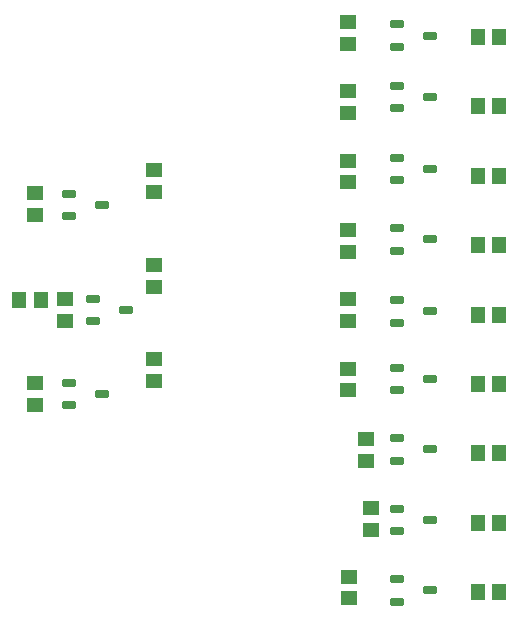
<source format=gtp>
G04*
G04 #@! TF.GenerationSoftware,Altium Limited,Altium Designer,23.9.2 (47)*
G04*
G04 Layer_Color=8421504*
%FSLAX44Y44*%
%MOMM*%
G71*
G04*
G04 #@! TF.SameCoordinates,157385A2-C64E-4232-8B57-420B110F1FB1*
G04*
G04*
G04 #@! TF.FilePolarity,Positive*
G04*
G01*
G75*
G04:AMPARAMS|DCode=13|XSize=0.65mm|YSize=1.25mm|CornerRadius=0.1625mm|HoleSize=0mm|Usage=FLASHONLY|Rotation=90.000|XOffset=0mm|YOffset=0mm|HoleType=Round|Shape=RoundedRectangle|*
%AMROUNDEDRECTD13*
21,1,0.6500,0.9250,0,0,90.0*
21,1,0.3250,1.2500,0,0,90.0*
1,1,0.3250,0.4625,0.1625*
1,1,0.3250,0.4625,-0.1625*
1,1,0.3250,-0.4625,-0.1625*
1,1,0.3250,-0.4625,0.1625*
%
%ADD13ROUNDEDRECTD13*%
%ADD14R,1.3500X1.1500*%
%ADD15R,1.1500X1.3500*%
D13*
X226340Y290830D02*
D03*
X197840Y281330D02*
D03*
Y300330D02*
D03*
X205880Y379831D02*
D03*
X177380Y370331D02*
D03*
Y389331D02*
D03*
X483600Y53585D02*
D03*
X455100Y44085D02*
D03*
Y63085D02*
D03*
X483600Y113275D02*
D03*
X455100Y103775D02*
D03*
Y122775D02*
D03*
X483600Y172965D02*
D03*
X455100Y163465D02*
D03*
Y182465D02*
D03*
X483600Y232655D02*
D03*
X455100Y223155D02*
D03*
Y242155D02*
D03*
X483600Y289805D02*
D03*
X455100Y280305D02*
D03*
Y299305D02*
D03*
X483600Y350765D02*
D03*
X455100Y341265D02*
D03*
Y360265D02*
D03*
X483600Y410455D02*
D03*
X455100Y400955D02*
D03*
Y419955D02*
D03*
X483600Y523240D02*
D03*
X455100Y513740D02*
D03*
Y532740D02*
D03*
X483600Y471415D02*
D03*
X455100Y461915D02*
D03*
Y480915D02*
D03*
X177380Y229331D02*
D03*
Y210331D02*
D03*
X205880Y219830D02*
D03*
D14*
X173990Y281580D02*
D03*
Y300080D02*
D03*
X149100Y228791D02*
D03*
Y210291D02*
D03*
Y390081D02*
D03*
Y371581D02*
D03*
X433070Y123550D02*
D03*
Y105050D02*
D03*
X429260Y181970D02*
D03*
Y163470D02*
D03*
X413550Y241331D02*
D03*
Y222831D02*
D03*
Y300037D02*
D03*
Y281537D02*
D03*
Y358744D02*
D03*
Y340244D02*
D03*
Y417451D02*
D03*
Y398951D02*
D03*
Y476158D02*
D03*
Y457658D02*
D03*
Y534865D02*
D03*
Y516365D02*
D03*
X414820Y65210D02*
D03*
Y46710D02*
D03*
X250000Y230750D02*
D03*
Y249250D02*
D03*
Y310750D02*
D03*
Y329250D02*
D03*
Y390750D02*
D03*
Y409250D02*
D03*
D15*
X135530Y299720D02*
D03*
X154030D02*
D03*
X542180Y52070D02*
D03*
X523680D02*
D03*
X542180Y110808D02*
D03*
X523680D02*
D03*
X542180Y169545D02*
D03*
X523680D02*
D03*
X542180Y228282D02*
D03*
X523680D02*
D03*
X542180Y287020D02*
D03*
X523680D02*
D03*
X542180Y345757D02*
D03*
X523680D02*
D03*
X542180Y404495D02*
D03*
X523680D02*
D03*
X542180Y463232D02*
D03*
X523680D02*
D03*
X542180Y521970D02*
D03*
X523680D02*
D03*
M02*

</source>
